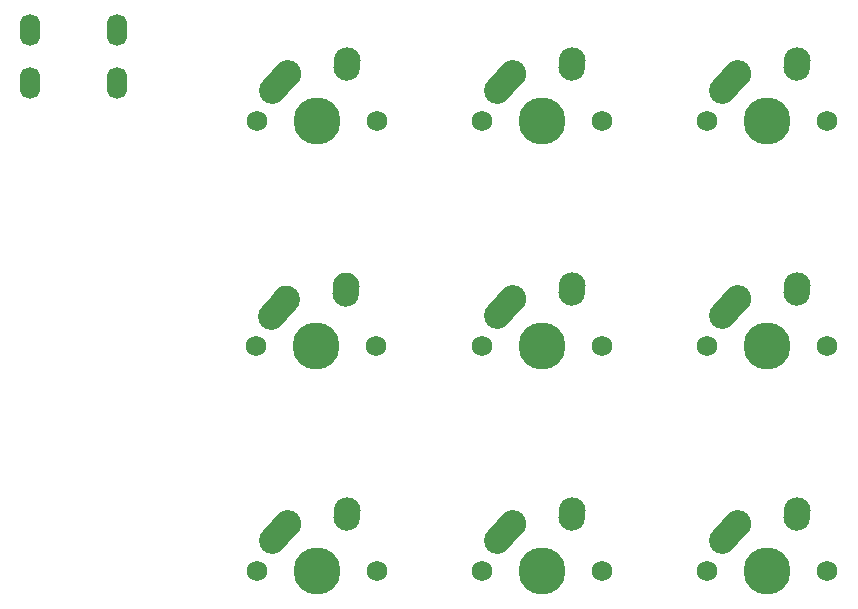
<source format=gbr>
%TF.GenerationSoftware,KiCad,Pcbnew,7.0.6*%
%TF.CreationDate,2023-07-30T22:10:22+02:00*%
%TF.ProjectId,Macropad,4d616372-6f70-4616-942e-6b696361645f,rev?*%
%TF.SameCoordinates,Original*%
%TF.FileFunction,Soldermask,Bot*%
%TF.FilePolarity,Negative*%
%FSLAX46Y46*%
G04 Gerber Fmt 4.6, Leading zero omitted, Abs format (unit mm)*
G04 Created by KiCad (PCBNEW 7.0.6) date 2023-07-30 22:10:22*
%MOMM*%
%LPD*%
G01*
G04 APERTURE LIST*
G04 Aperture macros list*
%AMHorizOval*
0 Thick line with rounded ends*
0 $1 width*
0 $2 $3 position (X,Y) of the first rounded end (center of the circle)*
0 $4 $5 position (X,Y) of the second rounded end (center of the circle)*
0 Add line between two ends*
20,1,$1,$2,$3,$4,$5,0*
0 Add two circle primitives to create the rounded ends*
1,1,$1,$2,$3*
1,1,$1,$4,$5*%
G04 Aperture macros list end*
%ADD10HorizOval,2.250000X0.020000X0.290000X-0.020000X-0.290000X0*%
%ADD11C,2.250000*%
%ADD12HorizOval,2.250000X0.655001X0.730000X-0.655001X-0.730000X0*%
%ADD13C,3.987800*%
%ADD14C,1.750000*%
%ADD15O,1.700000X2.700000*%
G04 APERTURE END LIST*
D10*
%TO.C,MX1*%
X91420000Y-44422500D03*
D11*
X91440000Y-44132500D03*
D12*
X85745001Y-45942500D03*
D13*
X88900000Y-49212500D03*
D11*
X86400000Y-45212500D03*
D14*
X83820000Y-49212500D03*
X93980000Y-49212500D03*
%TD*%
%TO.C,MX4*%
X93861250Y-68293750D03*
X83701250Y-68293750D03*
D11*
X86281250Y-64293750D03*
D13*
X88781250Y-68293750D03*
D12*
X85626251Y-65023750D03*
D11*
X91321250Y-63213750D03*
D10*
X91301250Y-63503750D03*
%TD*%
D15*
%TO.C,USB1*%
X71912500Y-41512500D03*
X64612500Y-41512500D03*
X64612500Y-46012500D03*
X71912500Y-46012500D03*
%TD*%
D10*
%TO.C,MX9*%
X129520000Y-82522500D03*
D11*
X129540000Y-82232500D03*
D12*
X123845001Y-84042500D03*
D13*
X127000000Y-87312500D03*
D11*
X124500000Y-83312500D03*
D14*
X121920000Y-87312500D03*
X132080000Y-87312500D03*
%TD*%
D10*
%TO.C,MX8*%
X110470000Y-82522500D03*
D11*
X110490000Y-82232500D03*
D12*
X104795001Y-84042500D03*
D13*
X107950000Y-87312500D03*
D11*
X105450000Y-83312500D03*
D14*
X102870000Y-87312500D03*
X113030000Y-87312500D03*
%TD*%
D10*
%TO.C,MX7*%
X91420000Y-82522500D03*
D11*
X91440000Y-82232500D03*
D12*
X85745001Y-84042500D03*
D13*
X88900000Y-87312500D03*
D11*
X86400000Y-83312500D03*
D14*
X83820000Y-87312500D03*
X93980000Y-87312500D03*
%TD*%
D10*
%TO.C,MX6*%
X129520000Y-63472500D03*
D11*
X129540000Y-63182500D03*
D12*
X123845001Y-64992500D03*
D13*
X127000000Y-68262500D03*
D11*
X124500000Y-64262500D03*
D14*
X121920000Y-68262500D03*
X132080000Y-68262500D03*
%TD*%
D10*
%TO.C,MX5*%
X110470000Y-63472500D03*
D11*
X110490000Y-63182500D03*
D12*
X104795001Y-64992500D03*
D13*
X107950000Y-68262500D03*
D11*
X105450000Y-64262500D03*
D14*
X102870000Y-68262500D03*
X113030000Y-68262500D03*
%TD*%
D10*
%TO.C,MX3*%
X129520000Y-44422500D03*
D11*
X129540000Y-44132500D03*
D12*
X123845001Y-45942500D03*
D13*
X127000000Y-49212500D03*
D11*
X124500000Y-45212500D03*
D14*
X121920000Y-49212500D03*
X132080000Y-49212500D03*
%TD*%
D10*
%TO.C,MX2*%
X110470000Y-44422500D03*
D11*
X110490000Y-44132500D03*
D12*
X104795001Y-45942500D03*
D13*
X107950000Y-49212500D03*
D11*
X105450000Y-45212500D03*
D14*
X102870000Y-49212500D03*
X113030000Y-49212500D03*
%TD*%
M02*

</source>
